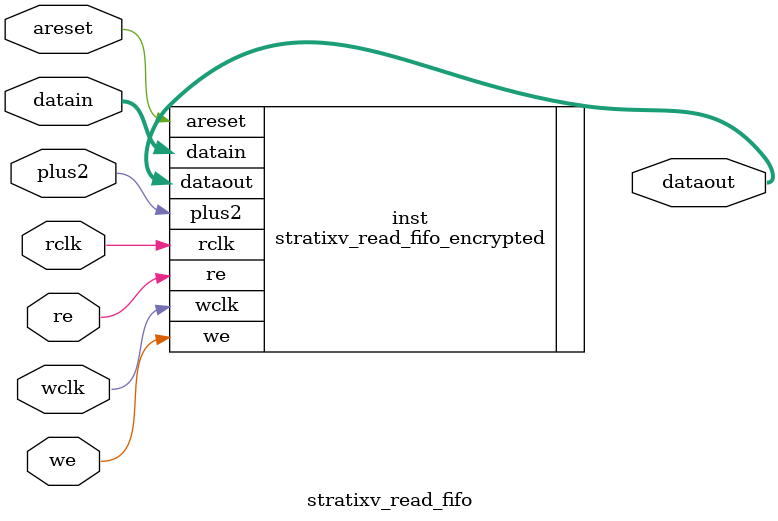
<source format=v>
module stratixv_read_fifo (
                           datain,
                           wclk,
                           we,
                           rclk,
                           re,
                           areset,
                           plus2,
                           dataout
                          );
    parameter use_half_rate_read = "false";
    parameter sim_wclk_pre_delay = 0;
    input [1:0] datain;
    input wclk;
    input we;
    input rclk;
    input re;
    input areset;
    input plus2;
    output [3:0]dataout;
    stratixv_read_fifo_encrypted inst (
    	.datain(datain),
        .wclk(wclk),
        .we(we),
        .rclk(rclk),
        .re(re),
        .areset(areset),
        .plus2(plus2),
        .dataout(dataout));
    defparam inst.use_half_rate_read = use_half_rate_read;
    defparam inst.sim_wclk_pre_delay = sim_wclk_pre_delay;
endmodule
</source>
